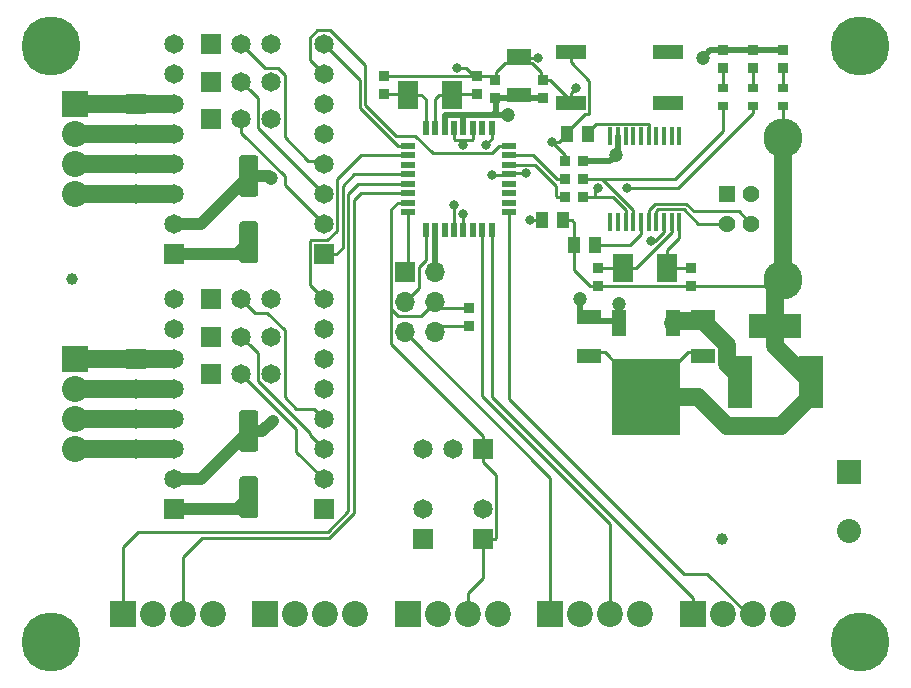
<source format=gbr>
G04 #@! TF.GenerationSoftware,KiCad,Pcbnew,(5.1.2)-2*
G04 #@! TF.CreationDate,2019-08-13T21:45:22-04:00*
G04 #@! TF.ProjectId,Controller,436f6e74-726f-46c6-9c65-722e6b696361,rev?*
G04 #@! TF.SameCoordinates,Original*
G04 #@! TF.FileFunction,Copper,L1,Top*
G04 #@! TF.FilePolarity,Positive*
%FSLAX46Y46*%
G04 Gerber Fmt 4.6, Leading zero omitted, Abs format (unit mm)*
G04 Created by KiCad (PCBNEW (5.1.2)-2) date 2019-08-13 21:45:23*
%MOMM*%
%LPD*%
G04 APERTURE LIST*
%ADD10R,1.016000X1.400000*%
%ADD11R,1.700000X2.400000*%
%ADD12R,0.900000X0.900000*%
%ADD13C,0.100000*%
%ADD14C,1.600000*%
%ADD15C,1.651000*%
%ADD16R,1.651000X1.651000*%
%ADD17R,0.889000X0.762000*%
%ADD18R,4.500000X2.000000*%
%ADD19R,2.000000X4.500000*%
%ADD20C,2.200000*%
%ADD21R,2.200000X2.200000*%
%ADD22R,1.700000X1.700000*%
%ADD23O,1.700000X1.700000*%
%ADD24R,2.540000X1.270000*%
%ADD25R,0.889000X0.889000*%
%ADD26R,1.200000X2.200000*%
%ADD27R,5.800000X6.400000*%
%ADD28R,0.398780X1.498600*%
%ADD29R,0.558800X1.270000*%
%ADD30R,1.270000X0.558800*%
%ADD31C,1.000000*%
%ADD32C,3.316000*%
%ADD33C,1.428000*%
%ADD34R,1.428000X1.428000*%
%ADD35C,5.000000*%
%ADD36R,2.032000X2.032000*%
%ADD37C,2.032000*%
%ADD38R,2.032000X1.270000*%
%ADD39C,0.800000*%
%ADD40C,1.200000*%
%ADD41C,0.250000*%
%ADD42C,1.500000*%
%ADD43C,1.000000*%
%ADD44C,0.500000*%
G04 APERTURE END LIST*
D10*
X193676000Y-38735000D03*
X191897000Y-38735000D03*
D11*
X196651000Y-50038000D03*
X200351000Y-50038000D03*
D12*
X194564000Y-51562000D03*
X194564000Y-50038000D03*
D10*
X194310000Y-48133000D03*
X192531000Y-48133000D03*
D12*
X202438000Y-50038000D03*
X202438000Y-51562000D03*
X185801000Y-34163000D03*
X185801000Y-35687000D03*
X184277000Y-35306000D03*
X184277000Y-33782000D03*
X176403000Y-35306000D03*
X176403000Y-33782000D03*
D10*
X189801500Y-46037500D03*
X191580500Y-46037500D03*
D12*
X189865000Y-35687000D03*
X189865000Y-34163000D03*
D13*
G36*
X165547504Y-40536204D02*
G01*
X165571773Y-40539804D01*
X165595571Y-40545765D01*
X165618671Y-40554030D01*
X165640849Y-40564520D01*
X165661893Y-40577133D01*
X165681598Y-40591747D01*
X165699777Y-40608223D01*
X165716253Y-40626402D01*
X165730867Y-40646107D01*
X165743480Y-40667151D01*
X165753970Y-40689329D01*
X165762235Y-40712429D01*
X165768196Y-40736227D01*
X165771796Y-40760496D01*
X165773000Y-40785000D01*
X165773000Y-43785000D01*
X165771796Y-43809504D01*
X165768196Y-43833773D01*
X165762235Y-43857571D01*
X165753970Y-43880671D01*
X165743480Y-43902849D01*
X165730867Y-43923893D01*
X165716253Y-43943598D01*
X165699777Y-43961777D01*
X165681598Y-43978253D01*
X165661893Y-43992867D01*
X165640849Y-44005480D01*
X165618671Y-44015970D01*
X165595571Y-44024235D01*
X165571773Y-44030196D01*
X165547504Y-44033796D01*
X165523000Y-44035000D01*
X164423000Y-44035000D01*
X164398496Y-44033796D01*
X164374227Y-44030196D01*
X164350429Y-44024235D01*
X164327329Y-44015970D01*
X164305151Y-44005480D01*
X164284107Y-43992867D01*
X164264402Y-43978253D01*
X164246223Y-43961777D01*
X164229747Y-43943598D01*
X164215133Y-43923893D01*
X164202520Y-43902849D01*
X164192030Y-43880671D01*
X164183765Y-43857571D01*
X164177804Y-43833773D01*
X164174204Y-43809504D01*
X164173000Y-43785000D01*
X164173000Y-40785000D01*
X164174204Y-40760496D01*
X164177804Y-40736227D01*
X164183765Y-40712429D01*
X164192030Y-40689329D01*
X164202520Y-40667151D01*
X164215133Y-40646107D01*
X164229747Y-40626402D01*
X164246223Y-40608223D01*
X164264402Y-40591747D01*
X164284107Y-40577133D01*
X164305151Y-40564520D01*
X164327329Y-40554030D01*
X164350429Y-40545765D01*
X164374227Y-40539804D01*
X164398496Y-40536204D01*
X164423000Y-40535000D01*
X165523000Y-40535000D01*
X165547504Y-40536204D01*
X165547504Y-40536204D01*
G37*
D14*
X164973000Y-42285000D03*
D13*
G36*
X165547504Y-46136204D02*
G01*
X165571773Y-46139804D01*
X165595571Y-46145765D01*
X165618671Y-46154030D01*
X165640849Y-46164520D01*
X165661893Y-46177133D01*
X165681598Y-46191747D01*
X165699777Y-46208223D01*
X165716253Y-46226402D01*
X165730867Y-46246107D01*
X165743480Y-46267151D01*
X165753970Y-46289329D01*
X165762235Y-46312429D01*
X165768196Y-46336227D01*
X165771796Y-46360496D01*
X165773000Y-46385000D01*
X165773000Y-49385000D01*
X165771796Y-49409504D01*
X165768196Y-49433773D01*
X165762235Y-49457571D01*
X165753970Y-49480671D01*
X165743480Y-49502849D01*
X165730867Y-49523893D01*
X165716253Y-49543598D01*
X165699777Y-49561777D01*
X165681598Y-49578253D01*
X165661893Y-49592867D01*
X165640849Y-49605480D01*
X165618671Y-49615970D01*
X165595571Y-49624235D01*
X165571773Y-49630196D01*
X165547504Y-49633796D01*
X165523000Y-49635000D01*
X164423000Y-49635000D01*
X164398496Y-49633796D01*
X164374227Y-49630196D01*
X164350429Y-49624235D01*
X164327329Y-49615970D01*
X164305151Y-49605480D01*
X164284107Y-49592867D01*
X164264402Y-49578253D01*
X164246223Y-49561777D01*
X164229747Y-49543598D01*
X164215133Y-49523893D01*
X164202520Y-49502849D01*
X164192030Y-49480671D01*
X164183765Y-49457571D01*
X164177804Y-49433773D01*
X164174204Y-49409504D01*
X164173000Y-49385000D01*
X164173000Y-46385000D01*
X164174204Y-46360496D01*
X164177804Y-46336227D01*
X164183765Y-46312429D01*
X164192030Y-46289329D01*
X164202520Y-46267151D01*
X164215133Y-46246107D01*
X164229747Y-46226402D01*
X164246223Y-46208223D01*
X164264402Y-46191747D01*
X164284107Y-46177133D01*
X164305151Y-46164520D01*
X164327329Y-46154030D01*
X164350429Y-46145765D01*
X164374227Y-46139804D01*
X164398496Y-46136204D01*
X164423000Y-46135000D01*
X165523000Y-46135000D01*
X165547504Y-46136204D01*
X165547504Y-46136204D01*
G37*
D14*
X164973000Y-47885000D03*
D13*
G36*
X165547504Y-67726204D02*
G01*
X165571773Y-67729804D01*
X165595571Y-67735765D01*
X165618671Y-67744030D01*
X165640849Y-67754520D01*
X165661893Y-67767133D01*
X165681598Y-67781747D01*
X165699777Y-67798223D01*
X165716253Y-67816402D01*
X165730867Y-67836107D01*
X165743480Y-67857151D01*
X165753970Y-67879329D01*
X165762235Y-67902429D01*
X165768196Y-67926227D01*
X165771796Y-67950496D01*
X165773000Y-67975000D01*
X165773000Y-70975000D01*
X165771796Y-70999504D01*
X165768196Y-71023773D01*
X165762235Y-71047571D01*
X165753970Y-71070671D01*
X165743480Y-71092849D01*
X165730867Y-71113893D01*
X165716253Y-71133598D01*
X165699777Y-71151777D01*
X165681598Y-71168253D01*
X165661893Y-71182867D01*
X165640849Y-71195480D01*
X165618671Y-71205970D01*
X165595571Y-71214235D01*
X165571773Y-71220196D01*
X165547504Y-71223796D01*
X165523000Y-71225000D01*
X164423000Y-71225000D01*
X164398496Y-71223796D01*
X164374227Y-71220196D01*
X164350429Y-71214235D01*
X164327329Y-71205970D01*
X164305151Y-71195480D01*
X164284107Y-71182867D01*
X164264402Y-71168253D01*
X164246223Y-71151777D01*
X164229747Y-71133598D01*
X164215133Y-71113893D01*
X164202520Y-71092849D01*
X164192030Y-71070671D01*
X164183765Y-71047571D01*
X164177804Y-71023773D01*
X164174204Y-70999504D01*
X164173000Y-70975000D01*
X164173000Y-67975000D01*
X164174204Y-67950496D01*
X164177804Y-67926227D01*
X164183765Y-67902429D01*
X164192030Y-67879329D01*
X164202520Y-67857151D01*
X164215133Y-67836107D01*
X164229747Y-67816402D01*
X164246223Y-67798223D01*
X164264402Y-67781747D01*
X164284107Y-67767133D01*
X164305151Y-67754520D01*
X164327329Y-67744030D01*
X164350429Y-67735765D01*
X164374227Y-67729804D01*
X164398496Y-67726204D01*
X164423000Y-67725000D01*
X165523000Y-67725000D01*
X165547504Y-67726204D01*
X165547504Y-67726204D01*
G37*
D14*
X164973000Y-69475000D03*
D13*
G36*
X165547504Y-62126204D02*
G01*
X165571773Y-62129804D01*
X165595571Y-62135765D01*
X165618671Y-62144030D01*
X165640849Y-62154520D01*
X165661893Y-62167133D01*
X165681598Y-62181747D01*
X165699777Y-62198223D01*
X165716253Y-62216402D01*
X165730867Y-62236107D01*
X165743480Y-62257151D01*
X165753970Y-62279329D01*
X165762235Y-62302429D01*
X165768196Y-62326227D01*
X165771796Y-62350496D01*
X165773000Y-62375000D01*
X165773000Y-65375000D01*
X165771796Y-65399504D01*
X165768196Y-65423773D01*
X165762235Y-65447571D01*
X165753970Y-65470671D01*
X165743480Y-65492849D01*
X165730867Y-65513893D01*
X165716253Y-65533598D01*
X165699777Y-65551777D01*
X165681598Y-65568253D01*
X165661893Y-65582867D01*
X165640849Y-65595480D01*
X165618671Y-65605970D01*
X165595571Y-65614235D01*
X165571773Y-65620196D01*
X165547504Y-65623796D01*
X165523000Y-65625000D01*
X164423000Y-65625000D01*
X164398496Y-65623796D01*
X164374227Y-65620196D01*
X164350429Y-65614235D01*
X164327329Y-65605970D01*
X164305151Y-65595480D01*
X164284107Y-65582867D01*
X164264402Y-65568253D01*
X164246223Y-65551777D01*
X164229747Y-65533598D01*
X164215133Y-65513893D01*
X164202520Y-65492849D01*
X164192030Y-65470671D01*
X164183765Y-65447571D01*
X164177804Y-65423773D01*
X164174204Y-65399504D01*
X164173000Y-65375000D01*
X164173000Y-62375000D01*
X164174204Y-62350496D01*
X164177804Y-62326227D01*
X164183765Y-62302429D01*
X164192030Y-62279329D01*
X164202520Y-62257151D01*
X164215133Y-62236107D01*
X164229747Y-62216402D01*
X164246223Y-62198223D01*
X164264402Y-62181747D01*
X164284107Y-62167133D01*
X164305151Y-62154520D01*
X164327329Y-62144030D01*
X164350429Y-62135765D01*
X164374227Y-62129804D01*
X164398496Y-62126204D01*
X164423000Y-62125000D01*
X165523000Y-62125000D01*
X165547504Y-62126204D01*
X165547504Y-62126204D01*
G37*
D14*
X164973000Y-63875000D03*
D15*
X179705000Y-65405000D03*
X182245000Y-65405000D03*
D16*
X184785000Y-65405000D03*
X161798000Y-37465000D03*
D15*
X164338000Y-37465000D03*
X166878000Y-37465000D03*
D16*
X161798000Y-34290000D03*
D15*
X164338000Y-34290000D03*
X166878000Y-34290000D03*
X166878000Y-31115000D03*
X164338000Y-31115000D03*
D16*
X161798000Y-31115000D03*
D15*
X171323000Y-31115000D03*
X171323000Y-33655000D03*
X171323000Y-36195000D03*
X171323000Y-38735000D03*
X171323000Y-41275000D03*
X171323000Y-43815000D03*
X171323000Y-46355000D03*
D16*
X171323000Y-48895000D03*
D15*
X158623000Y-31115000D03*
X158623000Y-33655000D03*
X158623000Y-36195000D03*
X158623000Y-38735000D03*
X158623000Y-41275000D03*
X158623000Y-43815000D03*
X158623000Y-46355000D03*
D16*
X158623000Y-48895000D03*
D15*
X166878000Y-59055000D03*
X164338000Y-59055000D03*
D16*
X161798000Y-59055000D03*
D15*
X166878000Y-55880000D03*
X164338000Y-55880000D03*
D16*
X161798000Y-55880000D03*
X161798000Y-52705000D03*
D15*
X164338000Y-52705000D03*
X166878000Y-52705000D03*
D16*
X171323000Y-70485000D03*
D15*
X171323000Y-67945000D03*
X171323000Y-65405000D03*
X171323000Y-62865000D03*
X171323000Y-60325000D03*
X171323000Y-57785000D03*
X171323000Y-55245000D03*
X171323000Y-52705000D03*
D16*
X158623000Y-70485000D03*
D15*
X158623000Y-67945000D03*
X158623000Y-65405000D03*
X158623000Y-62865000D03*
X158623000Y-60325000D03*
X158623000Y-57785000D03*
X158623000Y-55245000D03*
X158623000Y-52705000D03*
D17*
X207645000Y-34798000D03*
X207645000Y-36322000D03*
X205105000Y-36322000D03*
X205105000Y-34798000D03*
D18*
X209550000Y-54990000D03*
D19*
X206550000Y-59690000D03*
X212550000Y-59690000D03*
D20*
X186055000Y-79375000D03*
X183515000Y-79375000D03*
X180975000Y-79375000D03*
D21*
X178435000Y-79375000D03*
X190500000Y-79375000D03*
D20*
X193040000Y-79375000D03*
X195580000Y-79375000D03*
X198120000Y-79375000D03*
D16*
X179705000Y-73025000D03*
D15*
X179705000Y-70485000D03*
X184785000Y-70485000D03*
D16*
X184785000Y-73025000D03*
D20*
X210185000Y-79375000D03*
X207645000Y-79375000D03*
X205105000Y-79375000D03*
D21*
X202565000Y-79375000D03*
X154305000Y-79375000D03*
D20*
X156845000Y-79375000D03*
X159385000Y-79375000D03*
X161925000Y-79375000D03*
X173990000Y-79375000D03*
X171450000Y-79375000D03*
X168910000Y-79375000D03*
D21*
X166370000Y-79375000D03*
D22*
X178181000Y-50419000D03*
D23*
X180721000Y-50419000D03*
X178181000Y-52959000D03*
X180721000Y-52959000D03*
X178181000Y-55499000D03*
X180721000Y-55499000D03*
D21*
X150241000Y-36195000D03*
D20*
X150241000Y-38735000D03*
X150241000Y-41275000D03*
X150241000Y-43815000D03*
D16*
X155448000Y-36195000D03*
D15*
X155448000Y-38735000D03*
X155448000Y-41275000D03*
X155448000Y-43815000D03*
D21*
X150241000Y-57785000D03*
D20*
X150241000Y-60325000D03*
X150241000Y-62865000D03*
X150241000Y-65405000D03*
D15*
X155448000Y-65405000D03*
X155448000Y-62865000D03*
X155448000Y-60325000D03*
D16*
X155448000Y-57785000D03*
D24*
X192214500Y-36068000D03*
X192214500Y-31750000D03*
X200469500Y-31750000D03*
X200469500Y-36068000D03*
D25*
X183642000Y-54991000D03*
X183642000Y-53467000D03*
X193294000Y-41021000D03*
X191770000Y-41021000D03*
X191770000Y-44069000D03*
X193294000Y-44069000D03*
X193294000Y-42545000D03*
X191770000Y-42545000D03*
X207645000Y-31623000D03*
X207645000Y-33147000D03*
X205105000Y-33147000D03*
X205105000Y-31623000D03*
D26*
X200908000Y-54728000D03*
X196348000Y-54728000D03*
D27*
X198628000Y-61028000D03*
D28*
X195577460Y-46169580D03*
X196227700Y-46169580D03*
X196877940Y-46169580D03*
X197528180Y-46169580D03*
X198178420Y-46169580D03*
X198823580Y-46169580D03*
X199473820Y-46169580D03*
X200124060Y-46169580D03*
X200774300Y-46169580D03*
X201424540Y-46169580D03*
X201424540Y-38920420D03*
X200774300Y-38920420D03*
X200124060Y-38920420D03*
X199473820Y-38920420D03*
X198823580Y-38920420D03*
X198178420Y-38920420D03*
X197528180Y-38920420D03*
X196877940Y-38920420D03*
X196227700Y-38920420D03*
X195577460Y-38920420D03*
D29*
X185552080Y-38252400D03*
X184751980Y-38252400D03*
X183951880Y-38252400D03*
X183151780Y-38252400D03*
X182354220Y-38252400D03*
X181554120Y-38252400D03*
X180754020Y-38252400D03*
X179953920Y-38252400D03*
D30*
X178460400Y-39745920D03*
X178460400Y-40546020D03*
X178460400Y-41346120D03*
X178460400Y-42146220D03*
X178460400Y-42943780D03*
X178460400Y-43743880D03*
X178460400Y-44543980D03*
X178460400Y-45344080D03*
D29*
X179953920Y-46837600D03*
X180754020Y-46837600D03*
X181554120Y-46837600D03*
X182354220Y-46837600D03*
X183151780Y-46837600D03*
X183951880Y-46837600D03*
X184751980Y-46837600D03*
X185552080Y-46837600D03*
D30*
X187045600Y-45344080D03*
X187045600Y-44543980D03*
X187045600Y-43743880D03*
X187045600Y-42943780D03*
X187045600Y-42146220D03*
X187045600Y-41346120D03*
X187045600Y-40546020D03*
X187045600Y-39745920D03*
D11*
X182190000Y-35433000D03*
X178490000Y-35433000D03*
D31*
X150000000Y-51000000D03*
X205000000Y-73000000D03*
D32*
X210196000Y-39045000D03*
X210196000Y-51085000D03*
D33*
X207486000Y-43815000D03*
X207486000Y-46315000D03*
D34*
X205486000Y-43815000D03*
D33*
X205486000Y-46315000D03*
D35*
X216750000Y-31250000D03*
X148250000Y-81750000D03*
X148250000Y-31250000D03*
X216750000Y-81750000D03*
D17*
X210185000Y-36322000D03*
X210185000Y-34798000D03*
D25*
X210185000Y-33147000D03*
X210185000Y-31623000D03*
D36*
X215823000Y-67350000D03*
D37*
X215823000Y-72350000D03*
D38*
X203454000Y-57531000D03*
X203454000Y-54229000D03*
X193802000Y-54229000D03*
X193802000Y-57531000D03*
X187833000Y-35433000D03*
X187833000Y-32131000D03*
D39*
X199009000Y-47752000D03*
X183134000Y-45466000D03*
X183134000Y-39624000D03*
X192659000Y-34798000D03*
X189484000Y-32258000D03*
X182626000Y-33147000D03*
X167000000Y-63000000D03*
D40*
X166846703Y-42449298D03*
X196088000Y-40513000D03*
X203454000Y-32258000D03*
X186955998Y-37084000D03*
X193040000Y-52705000D03*
X196342000Y-53086000D03*
D39*
X188785500Y-46037500D03*
X182372000Y-44767500D03*
X190627000Y-39370000D03*
X188468000Y-42071120D03*
X185547000Y-42164000D03*
X185039000Y-39624000D03*
X194564000Y-43307000D03*
X196977000Y-43307000D03*
D41*
X202126000Y-57230000D02*
X198628000Y-60728000D01*
X203454000Y-57230000D02*
X202126000Y-57230000D01*
X198628000Y-60728000D02*
X198628000Y-61028000D01*
X193802000Y-57230000D02*
X195130000Y-57230000D01*
X195130000Y-57230000D02*
X198628000Y-60728000D01*
D42*
X212550000Y-60940000D02*
X212550000Y-59690000D01*
X210050000Y-63440000D02*
X212550000Y-60940000D01*
X205440000Y-63440000D02*
X210050000Y-63440000D01*
X203028000Y-61028000D02*
X205440000Y-63440000D01*
X198628000Y-61028000D02*
X203028000Y-61028000D01*
X209550000Y-56690000D02*
X212550000Y-59690000D01*
X209550000Y-54990000D02*
X209550000Y-56690000D01*
X209550000Y-51731000D02*
X210196000Y-51085000D01*
X209550000Y-54990000D02*
X209550000Y-51731000D01*
X210196000Y-51085000D02*
X210196000Y-39045000D01*
D41*
X201738000Y-51562000D02*
X202438000Y-51562000D01*
X201736999Y-51563001D02*
X201738000Y-51562000D01*
X195265001Y-51563001D02*
X201736999Y-51563001D01*
X195264000Y-51562000D02*
X195265001Y-51563001D01*
X194564000Y-51562000D02*
X195264000Y-51562000D01*
X209719000Y-51562000D02*
X210196000Y-51085000D01*
X202438000Y-51562000D02*
X209719000Y-51562000D01*
X199400590Y-47752000D02*
X199009000Y-47752000D01*
X200124060Y-46169580D02*
X200124060Y-47028530D01*
X200124060Y-47028530D02*
X199400590Y-47752000D01*
X193864000Y-51562000D02*
X194564000Y-51562000D01*
X192531000Y-50229000D02*
X193864000Y-51562000D01*
X192531000Y-48133000D02*
X192531000Y-50229000D01*
X176657000Y-33782000D02*
X184023000Y-33782000D01*
X210196000Y-36964000D02*
X210196000Y-39045000D01*
X210185000Y-36953000D02*
X210196000Y-36964000D01*
X210185000Y-36322000D02*
X210185000Y-36953000D01*
X183134000Y-46819820D02*
X183151780Y-46837600D01*
X183134000Y-45466000D02*
X183134000Y-46819820D01*
X183951880Y-39137400D02*
X183951880Y-38252400D01*
X183876879Y-39212401D02*
X183951880Y-39137400D01*
X182354220Y-39137400D02*
X182429221Y-39212401D01*
X182354220Y-38252400D02*
X182354220Y-39137400D01*
X183134000Y-39308802D02*
X183037599Y-39212401D01*
X183134000Y-39624000D02*
X183134000Y-39308802D01*
X182429221Y-39212401D02*
X183037599Y-39212401D01*
X183037599Y-39212401D02*
X183876879Y-39212401D01*
X187058000Y-32686000D02*
X187833000Y-32686000D01*
X186705000Y-32686000D02*
X187058000Y-32686000D01*
X185928000Y-33463000D02*
X186705000Y-32686000D01*
X185928000Y-34163000D02*
X185928000Y-33463000D01*
X188608000Y-32686000D02*
X187833000Y-32686000D01*
X188961000Y-32686000D02*
X188608000Y-32686000D01*
X189738000Y-33463000D02*
X188961000Y-32686000D01*
X189738000Y-34163000D02*
X189738000Y-33463000D01*
X192214500Y-35939500D02*
X192214500Y-36068000D01*
X190438000Y-34163000D02*
X192214500Y-35939500D01*
X189738000Y-34163000D02*
X190438000Y-34163000D01*
X192531000Y-47183000D02*
X192531000Y-48133000D01*
X192531000Y-46230000D02*
X192531000Y-47183000D01*
X192338500Y-46037500D02*
X192531000Y-46230000D01*
X191580500Y-46037500D02*
X192338500Y-46037500D01*
D43*
X160903000Y-46355000D02*
X164973000Y-42285000D01*
X158623000Y-46355000D02*
X160903000Y-46355000D01*
X160903000Y-67945000D02*
X164973000Y-63875000D01*
X158623000Y-67945000D02*
X160903000Y-67945000D01*
D41*
X192214500Y-36068000D02*
X192214500Y-35242500D01*
X192214500Y-35242500D02*
X192659000Y-34798000D01*
X185547000Y-33782000D02*
X185928000Y-34163000D01*
X184023000Y-33782000D02*
X185547000Y-33782000D01*
X188261000Y-32258000D02*
X187833000Y-32686000D01*
X189484000Y-32258000D02*
X188261000Y-32258000D01*
X183388000Y-33147000D02*
X184023000Y-33782000D01*
X182626000Y-33147000D02*
X183388000Y-33147000D01*
X181229000Y-54991000D02*
X180721000Y-55499000D01*
X183642000Y-54991000D02*
X181229000Y-54991000D01*
D43*
X164973000Y-63875000D02*
X166125000Y-63875000D01*
X166125000Y-63875000D02*
X167000000Y-63000000D01*
X164973000Y-42285000D02*
X166682405Y-42285000D01*
X166682405Y-42285000D02*
X166846703Y-42449298D01*
D41*
X200774300Y-47014700D02*
X200774300Y-46169580D01*
X197751000Y-50038000D02*
X200774300Y-47014700D01*
X196651000Y-50038000D02*
X197751000Y-50038000D01*
X194564000Y-50038000D02*
X196651000Y-50038000D01*
X195068000Y-48133000D02*
X194310000Y-48133000D01*
X197214300Y-48133000D02*
X195068000Y-48133000D01*
X198178420Y-47168880D02*
X197214300Y-48133000D01*
X198178420Y-46169580D02*
X198178420Y-47168880D01*
X201424540Y-47168880D02*
X201424540Y-46169580D01*
X201424540Y-47514460D02*
X201424540Y-47168880D01*
X200351000Y-48588000D02*
X201424540Y-47514460D01*
X200351000Y-50038000D02*
X200351000Y-48588000D01*
X202438000Y-50038000D02*
X200351000Y-50038000D01*
D44*
X196150000Y-54530000D02*
X196348000Y-54728000D01*
X193802000Y-54530000D02*
X196150000Y-54530000D01*
X196227700Y-40373300D02*
X196227700Y-38920420D01*
X196088000Y-40513000D02*
X196227700Y-40373300D01*
X204053999Y-31658001D02*
X204124001Y-31658001D01*
X203454000Y-32258000D02*
X204053999Y-31658001D01*
X204159002Y-31623000D02*
X205105000Y-31623000D01*
X204124001Y-31658001D02*
X204159002Y-31623000D01*
X205105000Y-31623000D02*
X207645000Y-31623000D01*
X207645000Y-31623000D02*
X210185000Y-31623000D01*
X183151780Y-37117400D02*
X183151780Y-38252400D01*
X183185180Y-37084000D02*
X183151780Y-37117400D01*
X181554120Y-37117400D02*
X181554120Y-38252400D01*
X181587520Y-37084000D02*
X181554120Y-37117400D01*
X183185180Y-37084000D02*
X181587520Y-37084000D01*
X185928000Y-36830000D02*
X185928000Y-35687000D01*
X185674000Y-37084000D02*
X185928000Y-36830000D01*
X185674000Y-37084000D02*
X183185180Y-37084000D01*
X186955998Y-37084000D02*
X185674000Y-37084000D01*
X187532000Y-35687000D02*
X187833000Y-35386000D01*
X185928000Y-35687000D02*
X187532000Y-35687000D01*
X188134000Y-35687000D02*
X187833000Y-35386000D01*
X189738000Y-35687000D02*
X188134000Y-35687000D01*
X193802000Y-54530000D02*
X193040000Y-53768000D01*
X193040000Y-53768000D02*
X193040000Y-52705000D01*
X195580000Y-41021000D02*
X196088000Y-40513000D01*
X193294000Y-41021000D02*
X195580000Y-41021000D01*
X196348000Y-54728000D02*
X196348000Y-53092000D01*
X196348000Y-53092000D02*
X196342000Y-53086000D01*
X180721000Y-46870620D02*
X180754020Y-46837600D01*
X180721000Y-50419000D02*
X180721000Y-46870620D01*
D41*
X180754020Y-37367400D02*
X180754020Y-38252400D01*
X180754020Y-35768980D02*
X180754020Y-37367400D01*
X181090000Y-35433000D02*
X180754020Y-35768980D01*
X182190000Y-35433000D02*
X181090000Y-35433000D01*
X182317000Y-35306000D02*
X182190000Y-35433000D01*
X184023000Y-35306000D02*
X182317000Y-35306000D01*
X179953920Y-37367400D02*
X179953920Y-38252400D01*
X179953920Y-35796920D02*
X179953920Y-37367400D01*
X179590000Y-35433000D02*
X179953920Y-35796920D01*
X178490000Y-35433000D02*
X179590000Y-35433000D01*
X178363000Y-35306000D02*
X178490000Y-35433000D01*
X176657000Y-35306000D02*
X178363000Y-35306000D01*
X189801500Y-46037500D02*
X188785500Y-46037500D01*
X182372000Y-46819820D02*
X182354220Y-46837600D01*
X182372000Y-44767500D02*
X182372000Y-46819820D01*
X191770000Y-41021000D02*
X191770000Y-40513000D01*
X191770000Y-40513000D02*
X190627000Y-39370000D01*
X187120700Y-42071120D02*
X187045600Y-42146220D01*
X188468000Y-42071120D02*
X187120700Y-42071120D01*
X191262000Y-39370000D02*
X191897000Y-38735000D01*
X190627000Y-39370000D02*
X191262000Y-39370000D01*
X192214500Y-32635000D02*
X192214500Y-31750000D01*
X191897000Y-38543000D02*
X193411999Y-37028001D01*
X191897000Y-38735000D02*
X191897000Y-38543000D01*
X193411999Y-37028001D02*
X193744501Y-37028001D01*
X193744501Y-37028001D02*
X193809501Y-36963001D01*
X193809501Y-36963001D02*
X193809501Y-34230001D01*
X193809501Y-34230001D02*
X192214500Y-32635000D01*
X187027820Y-42164000D02*
X187045600Y-42146220D01*
X185547000Y-42164000D02*
X187027820Y-42164000D01*
X190500000Y-67818000D02*
X178181000Y-55499000D01*
X190500000Y-79375000D02*
X190500000Y-67818000D01*
D42*
X201106000Y-54530000D02*
X200908000Y-54728000D01*
X203454000Y-54530000D02*
X201106000Y-54530000D01*
X206550000Y-59690000D02*
X206550000Y-59230000D01*
X206550000Y-59230000D02*
X205486000Y-58166000D01*
X205486000Y-56562000D02*
X203454000Y-54530000D01*
X205486000Y-58166000D02*
X205486000Y-56562000D01*
D43*
X163963000Y-70485000D02*
X164973000Y-69475000D01*
X158623000Y-70485000D02*
X163963000Y-70485000D01*
X163963000Y-48895000D02*
X164973000Y-47885000D01*
X158623000Y-48895000D02*
X163963000Y-48895000D01*
D41*
X185860500Y-73025000D02*
X184785000Y-73025000D01*
X185935501Y-72949999D02*
X185860500Y-73025000D01*
X185935501Y-67631001D02*
X185935501Y-72949999D01*
X184785000Y-65405000D02*
X184785000Y-66480500D01*
X184785000Y-66480500D02*
X185935501Y-67631001D01*
X184785000Y-73025000D02*
X184785000Y-76327000D01*
X184785000Y-76327000D02*
X183515000Y-77597000D01*
X183515000Y-77597000D02*
X183515000Y-79375000D01*
X179871001Y-53808999D02*
X180721000Y-52959000D01*
X177575400Y-44543980D02*
X177005999Y-45113381D01*
X178460400Y-44543980D02*
X177575400Y-44543980D01*
X177005999Y-53523001D02*
X177616999Y-54134001D01*
X177005999Y-45113381D02*
X177005999Y-53523001D01*
X177616999Y-54134001D02*
X179545999Y-54134001D01*
X179545999Y-54134001D02*
X179871001Y-53808999D01*
X184785000Y-64329500D02*
X184785000Y-65405000D01*
X177005999Y-53523001D02*
X177005999Y-56550499D01*
X177005999Y-56550499D02*
X184785000Y-64329500D01*
X181229000Y-53467000D02*
X180721000Y-52959000D01*
X183642000Y-53467000D02*
X181229000Y-53467000D01*
X164338000Y-38632433D02*
X168000000Y-42294433D01*
X164338000Y-37465000D02*
X164338000Y-38632433D01*
X168000000Y-43032000D02*
X171323000Y-46355000D01*
X168000000Y-42294433D02*
X168000000Y-43032000D01*
X165163499Y-35115499D02*
X164338000Y-34290000D01*
X165727499Y-35679499D02*
X165163499Y-35115499D01*
X171323000Y-43815000D02*
X165727499Y-38219499D01*
X165727499Y-38219499D02*
X165727499Y-35679499D01*
X170000000Y-41000000D02*
X171048000Y-41000000D01*
X168000000Y-39000000D02*
X170000000Y-41000000D01*
X164338000Y-31115000D02*
X166362499Y-33139499D01*
X171048000Y-41000000D02*
X171323000Y-41275000D01*
X167430241Y-33139499D02*
X168028501Y-33737759D01*
X168028501Y-33737759D02*
X168028501Y-38017241D01*
X166362499Y-33139499D02*
X167430241Y-33139499D01*
X168028501Y-38017241D02*
X168000000Y-38045742D01*
X168000000Y-38045742D02*
X168000000Y-39000000D01*
X177575400Y-39745920D02*
X174371000Y-36541520D01*
X178460400Y-39745920D02*
X177575400Y-39745920D01*
X174371000Y-34163000D02*
X171323000Y-31115000D01*
X174371000Y-36541520D02*
X174371000Y-34163000D01*
X180562883Y-40349001D02*
X185557519Y-40349001D01*
X186160600Y-39745920D02*
X187045600Y-39745920D01*
X177419000Y-38862000D02*
X179075882Y-38862000D01*
X185557519Y-40349001D02*
X186160600Y-39745920D01*
X174821010Y-36264010D02*
X177419000Y-38862000D01*
X170172499Y-32504499D02*
X170172499Y-30562759D01*
X170172499Y-30562759D02*
X170770759Y-29964499D01*
X170770759Y-29964499D02*
X171875241Y-29964499D01*
X171875241Y-29964499D02*
X174821010Y-32910268D01*
X179075882Y-38862000D02*
X180562883Y-40349001D01*
X171323000Y-33655000D02*
X170172499Y-32504499D01*
X174821010Y-32910268D02*
X174821010Y-36264010D01*
X178460400Y-42146220D02*
X173880780Y-42146220D01*
X172398500Y-48895000D02*
X171323000Y-48895000D01*
X172923511Y-48369989D02*
X172398500Y-48895000D01*
X173880780Y-42146220D02*
X172923511Y-43103489D01*
X172923511Y-43103489D02*
X172923511Y-48369989D01*
D42*
X158623000Y-36195000D02*
X155321000Y-36195000D01*
X155321000Y-36195000D02*
X150241000Y-36195000D01*
X150241000Y-38735000D02*
X155321000Y-38735000D01*
X155321000Y-38735000D02*
X158623000Y-38735000D01*
X158623000Y-41275000D02*
X155321000Y-41275000D01*
X155321000Y-41275000D02*
X150241000Y-41275000D01*
X150241000Y-43815000D02*
X155321000Y-43815000D01*
X155321000Y-43815000D02*
X158623000Y-43815000D01*
D41*
X171323000Y-67945000D02*
X169000000Y-65622000D01*
X169000000Y-63717000D02*
X164338000Y-59055000D01*
X169000000Y-65622000D02*
X169000000Y-63717000D01*
X165163499Y-56705499D02*
X164338000Y-55880000D01*
X165727499Y-57269499D02*
X165163499Y-56705499D01*
X165727499Y-59607241D02*
X165727499Y-57269499D01*
X170172499Y-64052241D02*
X165727499Y-59607241D01*
X171323000Y-65405000D02*
X170172499Y-64254499D01*
X170172499Y-64254499D02*
X170172499Y-64052241D01*
X168028501Y-55327759D02*
X168028501Y-59971499D01*
X166556243Y-53855501D02*
X168028501Y-55327759D01*
X164338000Y-52705000D02*
X165488501Y-53855501D01*
X165488501Y-53855501D02*
X166556243Y-53855501D01*
X168028501Y-59971499D02*
X168000000Y-60000000D01*
X168000000Y-60000000D02*
X168000000Y-61000000D01*
X168000000Y-61000000D02*
X169000000Y-62000000D01*
X170458000Y-62000000D02*
X171323000Y-62865000D01*
X169000000Y-62000000D02*
X170458000Y-62000000D01*
X185552080Y-38252400D02*
X185552080Y-39110920D01*
X185552080Y-39110920D02*
X185039000Y-39624000D01*
X177575400Y-40546020D02*
X177542380Y-40513000D01*
X178460400Y-40546020D02*
X177575400Y-40546020D01*
X177542380Y-40513000D02*
X174498000Y-40513000D01*
X170497501Y-51879501D02*
X171323000Y-52705000D01*
X170172499Y-51554499D02*
X170497501Y-51879501D01*
X172473501Y-42537499D02*
X172473501Y-46907241D01*
X172473501Y-46907241D02*
X171636243Y-47744499D01*
X174498000Y-40513000D02*
X172473501Y-42537499D01*
X171636243Y-47744499D02*
X170237499Y-47744499D01*
X170237499Y-47744499D02*
X170172499Y-47809499D01*
X170172499Y-47809499D02*
X170172499Y-51554499D01*
D42*
X158623000Y-65405000D02*
X155321000Y-65405000D01*
X155321000Y-65405000D02*
X150241000Y-65405000D01*
X150241000Y-62865000D02*
X155321000Y-62865000D01*
X155321000Y-62865000D02*
X158623000Y-62865000D01*
X158623000Y-60325000D02*
X155321000Y-60325000D01*
X155321000Y-60325000D02*
X150241000Y-60325000D01*
X150241000Y-57785000D02*
X155321000Y-57785000D01*
X155321000Y-57785000D02*
X158623000Y-57785000D01*
D41*
X207645000Y-34798000D02*
X207645000Y-33147000D01*
X193988500Y-44069000D02*
X193294000Y-44069000D01*
X196877940Y-45170280D02*
X195776660Y-44069000D01*
X196877940Y-46169580D02*
X196877940Y-45170280D01*
X194310000Y-43561000D02*
X194564000Y-43307000D01*
X194310000Y-44069000D02*
X194310000Y-43561000D01*
X194310000Y-44069000D02*
X193988500Y-44069000D01*
X195776660Y-44069000D02*
X194310000Y-44069000D01*
X207645000Y-36953000D02*
X207645000Y-36322000D01*
X201291000Y-43307000D02*
X207645000Y-36953000D01*
X196977000Y-43307000D02*
X201291000Y-43307000D01*
X193988500Y-42545000D02*
X193294000Y-42545000D01*
X194902900Y-42545000D02*
X193988500Y-42545000D01*
X197528180Y-45170280D02*
X194902900Y-42545000D01*
X197528180Y-46169580D02*
X197528180Y-45170280D01*
X193294000Y-42545000D02*
X201041000Y-42545000D01*
X205105000Y-38481000D02*
X205105000Y-36322000D01*
X201041000Y-42545000D02*
X205105000Y-38481000D01*
X205105000Y-33147000D02*
X205105000Y-34798000D01*
X195580000Y-79375000D02*
X195580000Y-71755000D01*
X184751980Y-60926980D02*
X184751980Y-46837600D01*
X195580000Y-71755000D02*
X184751980Y-60926980D01*
X185552080Y-47722600D02*
X185552080Y-46837600D01*
X185552080Y-61012080D02*
X185552080Y-47722600D01*
X202565000Y-79375000D02*
X202565000Y-78025000D01*
X202565000Y-78025000D02*
X185552080Y-61012080D01*
X207214002Y-79375000D02*
X203785002Y-75946000D01*
X207645000Y-79375000D02*
X207214002Y-79375000D01*
X203785002Y-75946000D02*
X201803000Y-75946000D01*
X187045600Y-61188600D02*
X187045600Y-45344080D01*
X201803000Y-75946000D02*
X187045600Y-61188600D01*
X178460400Y-42943780D02*
X174244741Y-42943780D01*
X174244741Y-42943780D02*
X173373521Y-43815000D01*
X173373521Y-70670481D02*
X171654002Y-72390000D01*
X173373521Y-43815000D02*
X173373521Y-70670481D01*
X171654002Y-72390000D02*
X155575000Y-72390000D01*
X154305000Y-73660000D02*
X154305000Y-79375000D01*
X155575000Y-72390000D02*
X154305000Y-73660000D01*
X159385000Y-74549000D02*
X159385000Y-79375000D01*
X178460400Y-43743880D02*
X174442120Y-43743880D01*
X173863000Y-44323000D02*
X173863000Y-70817412D01*
X173863000Y-70817412D02*
X171782412Y-72898000D01*
X174442120Y-43743880D02*
X173863000Y-44323000D01*
X171782412Y-72898000D02*
X161036000Y-72898000D01*
X161036000Y-72898000D02*
X159385000Y-74549000D01*
X178460400Y-50139600D02*
X178181000Y-50419000D01*
X178460400Y-45344080D02*
X178460400Y-50139600D01*
X179030999Y-52109001D02*
X178181000Y-52959000D01*
X179356001Y-51783999D02*
X179030999Y-52109001D01*
X179356001Y-50005999D02*
X179356001Y-51783999D01*
X179953920Y-46837600D02*
X179953920Y-49408080D01*
X179953920Y-49408080D02*
X179356001Y-50005999D01*
X191000499Y-43993999D02*
X191000499Y-43106409D01*
X191770000Y-44069000D02*
X191075500Y-44069000D01*
X191075500Y-44069000D02*
X191000499Y-43993999D01*
X189240210Y-41346120D02*
X187045600Y-41346120D01*
X191000499Y-43106409D02*
X189240210Y-41346120D01*
X187930600Y-40546020D02*
X187045600Y-40546020D01*
X189076520Y-40546020D02*
X187930600Y-40546020D01*
X191075500Y-42545000D02*
X189076520Y-40546020D01*
X191770000Y-42545000D02*
X191075500Y-42545000D01*
X210185000Y-33147000D02*
X210185000Y-34798000D01*
X198823580Y-37921120D02*
X198823580Y-38920420D01*
X198748579Y-37846119D02*
X198823580Y-37921120D01*
X194372881Y-37846119D02*
X198748579Y-37846119D01*
X193676000Y-38735000D02*
X193676000Y-38543000D01*
X193676000Y-38543000D02*
X194372881Y-37846119D01*
X198823580Y-45170280D02*
X198823580Y-46169580D01*
X199348591Y-44645269D02*
X198823580Y-45170280D01*
X201999679Y-44645269D02*
X199348591Y-44645269D01*
X202630409Y-45275999D02*
X201999679Y-44645269D01*
X206446999Y-45275999D02*
X202630409Y-45275999D01*
X207486000Y-46315000D02*
X206446999Y-45275999D01*
X199664669Y-45095279D02*
X201813279Y-45095279D01*
X199473820Y-46169580D02*
X199473820Y-45286128D01*
X199473820Y-45286128D02*
X199664669Y-45095279D01*
X203033000Y-46315000D02*
X205486000Y-46315000D01*
X201813279Y-45095279D02*
X203033000Y-46315000D01*
M02*

</source>
